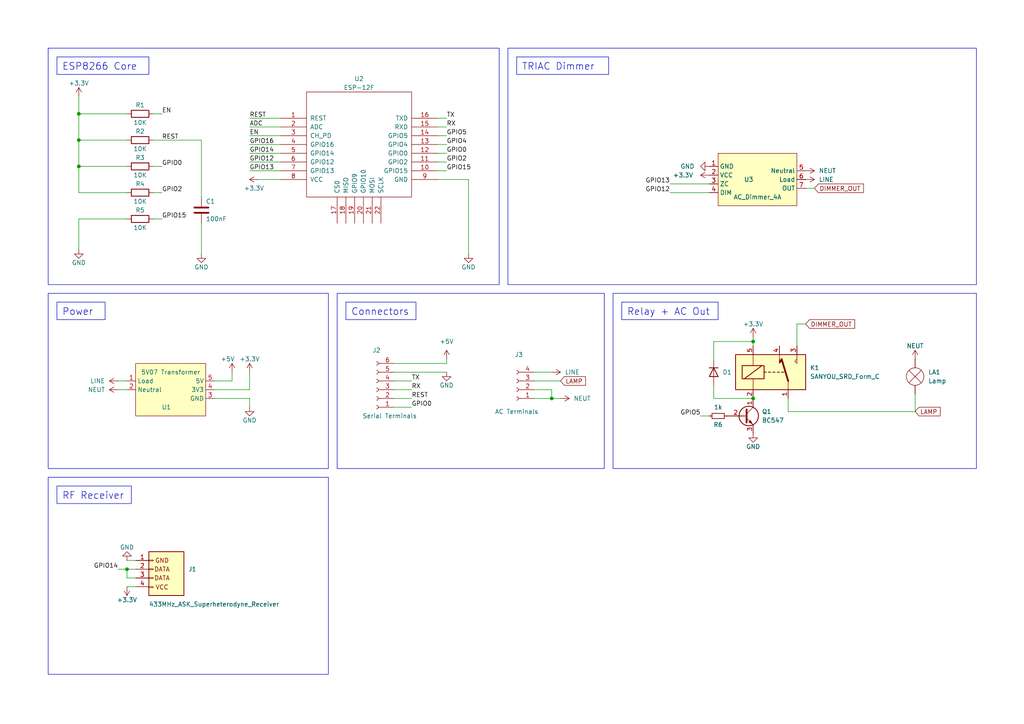
<source format=kicad_sch>
(kicad_sch (version 20230121) (generator eeschema)
  (paper "A4")
  (title_block (title "Wi-Fi + RF AC Dimmer") (date "2023-08-23") (rev "2.0.0") (company "Pablo Ortiz López") (comment 1 "ortizma.com"))
  (lib_symbols
    (symbol "00_Symbols:433MHz_ASK_Superheterodyne_Receiver" (pin_names (offset 1.016) hide)
      (property "Reference" "J1" (at 10.16 1.27 0))
      (property "Value" "433MHz_ASK_Superheterodyne_Receiver" (at 10.16 -2.54 0))
      (symbol "433MHz_ASK_Superheterodyne_Receiver_1_1"
        (rectangle (start -1.27 -5.08) (end 0 -5.334) (stroke (width 0.1524)))
        (rectangle (start -1.27 -2.413) (end 0 -2.667) (stroke (width 0.1524)))
        (rectangle (start -1.27 0.127) (end 0 -0.127) (stroke (width 0.1524)))
        (rectangle (start -1.27 2.667) (end 0 2.413) (stroke (width 0.1524)))
        (rectangle (start -1.27 5.08) (end 8.89 -7.62) (stroke (width 0.254)) (fill (type background)))
        (text "DATA" (at 2.54 -2.54 0) (effects (font (size 1.27 1.27))))
        (text "DATA" (at 2.54 0 0) (effects (font (size 1.27 1.27))))
        (text "GND" (at 2.54 2.54 0) (effects (font (size 1.27 1.27))))
        (text "VCC" (at 2.54 -5.207 0) (effects (font (size 1.27 1.27))))
        (pin power_out line (at -5.08 2.54 0) (length 3.81) (name "GND") (number "1"))
        (pin output line (at -5.08 0 0) (length 3.81) (name "DATA") (number "2"))
        (pin output line (at -5.08 -2.54 0) (length 3.81) (name "DATA") (number "3"))
        (pin power_in line (at -5.08 -5.08 0) (length 3.81) (name "VCC") (number "4"))
      )
    )
    (symbol "00_Symbols:5V07"
      (property "Reference" "U" (at 1.27 -2.54 0))
      (property "Value" "5V07 Transformer" (at 2.54 7.62 0))
      (symbol "5V07_1_1"
        (rectangle (start -7.62 10.16) (end 12.7 -5.08) (fill (type background)))
        (pin input line (at -10.16 5.08 0) (length 2.54) (name "Load") (number "1"))
        (pin input line (at -10.16 2.54 0) (length 2.54) (name "Neutral") (number "2"))
        (pin output line (at 15.24 0 180) (length 2.54) (name "GND") (number "3"))
        (pin output line (at 15.24 2.54 180) (length 2.54) (name "3V3") (number "4"))
        (pin output line (at 15.24 5.08 180) (length 2.54) (name "5V") (number "5"))
      )
    )
    (symbol "00_Symbols:AC_Dimmer_4A"
      (property "Reference" "U" (at -2.54 0 0))
      (property "Value" "AC_Dimmer_4A" (at 1.27 -5.08 0))
      (symbol "AC_Dimmer_4A_1_1"
        (rectangle (start -11.43 7.62) (end 11.43 -7.62) (fill (type background)))
        (pin input line (at -13.97 3.81 0) (length 2.54) (name "GND") (number "1"))
        (pin input line (at -13.97 1.27 0) (length 2.54) (name "VCC") (number "2"))
        (pin output line (at -13.97 -1.27 0) (length 2.54) (name "ZC") (number "3"))
        (pin input line (at -13.97 -3.81 0) (length 2.54) (name "DIM") (number "4"))
        (pin input line (at 13.97 2.54 180) (length 2.54) (name "Neutral") (number "5"))
        (pin input line (at 13.97 0 180) (length 2.54) (name "Load") (number "6"))
        (pin input line (at 13.97 -2.54 180) (length 2.54) (name "OUT") (number "7"))
      )
    )
    (symbol "Connector:Conn_01x04_Socket" (pin_names (offset 1.016) hide)
      (property "Reference" "J" (at 0 5.08 0))
      (property "Value" "Conn_01x04_Socket" (at 0 -7.62 0))
      (symbol "Conn_01x04_Socket_1_1"
        (arc (start 0 -4.572) (mid -0.5058 -5.08) (end 0 -5.588) (stroke (width 0.1524)))
        (arc (start 0 -2.032) (mid -0.5058 -2.54) (end 0 -3.048) (stroke (width 0.1524)))
        (polyline (pts (xy -1.27 -5.08) (xy -0.508 -5.08)) (stroke (width 0.1524)))
        (polyline (pts (xy -1.27 -2.54) (xy -0.508 -2.54)) (stroke (width 0.1524)))
        (polyline (pts (xy -1.27 0) (xy -0.508 0)) (stroke (width 0.1524)))
        (polyline (pts (xy -1.27 2.54) (xy -0.508 2.54)) (stroke (width 0.1524)))
        (arc (start 0 0.508) (mid -0.5058 0) (end 0 -0.508) (stroke (width 0.1524)))
        (arc (start 0 3.048) (mid -0.5058 2.54) (end 0 2.032) (stroke (width 0.1524)))
        (pin passive line (at -5.08 2.54 0) (length 3.81) (name "Pin_1") (number "1"))
        (pin passive line (at -5.08 0 0) (length 3.81) (name "Pin_2") (number "2"))
        (pin passive line (at -5.08 -2.54 0) (length 3.81) (name "Pin_3") (number "3"))
        (pin passive line (at -5.08 -5.08 0) (length 3.81) (name "Pin_4") (number "4"))
      )
    )
    (symbol "Connector:Conn_01x06_Female" (pin_names (offset 1.016) hide)
      (property "Reference" "J" (at 0 7.62 0))
      (property "Value" "Conn_01x06_Female" (at 0 -10.16 0))
      (symbol "Conn_01x06_Female_1_1"
        (arc (start 0 -7.112) (mid -0.5058 -7.62) (end 0 -8.128) (stroke (width 0.1524)))
        (arc (start 0 -4.572) (mid -0.5058 -5.08) (end 0 -5.588) (stroke (width 0.1524)))
        (arc (start 0 -2.032) (mid -0.5058 -2.54) (end 0 -3.048) (stroke (width 0.1524)))
        (polyline (pts (xy -1.27 -7.62) (xy -0.508 -7.62)) (stroke (width 0.1524)))
        (polyline (pts (xy -1.27 -5.08) (xy -0.508 -5.08)) (stroke (width 0.1524)))
        (polyline (pts (xy -1.27 -2.54) (xy -0.508 -2.54)) (stroke (width 0.1524)))
        (polyline (pts (xy -1.27 0) (xy -0.508 0)) (stroke (width 0.1524)))
        (polyline (pts (xy -1.27 2.54) (xy -0.508 2.54)) (stroke (width 0.1524)))
        (polyline (pts (xy -1.27 5.08) (xy -0.508 5.08)) (stroke (width 0.1524)))
        (arc (start 0 0.508) (mid -0.5058 0) (end 0 -0.508) (stroke (width 0.1524)))
        (arc (start 0 3.048) (mid -0.5058 2.54) (end 0 2.032) (stroke (width 0.1524)))
        (arc (start 0 5.588) (mid -0.5058 5.08) (end 0 4.572) (stroke (width 0.1524)))
        (pin passive line (at -5.08 5.08 0) (length 3.81) (name "Pin_1") (number "1"))
        (pin passive line (at -5.08 2.54 0) (length 3.81) (name "Pin_2") (number "2"))
        (pin passive line (at -5.08 0 0) (length 3.81) (name "Pin_3") (number "3"))
        (pin passive line (at -5.08 -2.54 0) (length 3.81) (name "Pin_4") (number "4"))
        (pin passive line (at -5.08 -5.08 0) (length 3.81) (name "Pin_5") (number "5"))
        (pin passive line (at -5.08 -7.62 0) (length 3.81) (name "Pin_6") (number "6"))
      )
    )
    (symbol "Device:C" (pin_numbers hide) (pin_names (offset 0.254))
      (property "Reference" "C" (at 0.635 2.54 0))
      (property "Value" "C" (at 0.635 -2.54 0))
      (symbol "C_0_1"
        (polyline (pts (xy -2.032 -0.762) (xy 2.032 -0.762)) (stroke (width 0.508)))
        (polyline (pts (xy -2.032 0.762) (xy 2.032 0.762)) (stroke (width 0.508)))
      )
      (symbol "C_1_1"
        (pin passive line (at 0 3.81 270) (length 2.794) (name "~") (number "1"))
        (pin passive line (at 0 -3.81 90) (length 2.794) (name "~") (number "2"))
      )
    )
    (symbol "Device:Lamp" (pin_numbers hide) (pin_names (offset 0.0254) hide)
      (property "Reference" "LA" (at 0.635 3.81 0))
      (property "Value" "Lamp" (at 0.635 -3.81 0))
      (symbol "Lamp_0_1"
        (polyline (pts (xy -1.778 1.778) (xy 1.778 -1.778)))
        (polyline (pts (xy 1.778 1.778) (xy -1.778 -1.778)))
        (circle (center 0 0) (radius 2.54))
      )
      (symbol "Lamp_1_1"
        (pin passive line (at 0 -5.08 90) (length 2.54) (name "-") (number "1"))
        (pin passive line (at 0 5.08 270) (length 2.54) (name "+") (number "2"))
      )
    )
    (symbol "Device:R" (pin_numbers hide) (pin_names (offset 0))
      (property "Reference" "R" (at 2.032 0 90))
      (property "Value" "R" (at 0 0 90))
      (symbol "R_0_1"
        (rectangle (start -1.016 -2.54) (end 1.016 2.54) (stroke (width 0.254)))
      )
      (symbol "R_1_1"
        (pin passive line (at 0 3.81 270) (length 1.27) (name "~") (number "1"))
        (pin passive line (at 0 -3.81 90) (length 1.27) (name "~") (number "2"))
      )
    )
    (symbol "Device:R_Small" (pin_numbers hide) (pin_names (offset 0.254) hide)
      (property "Reference" "R" (at 0.762 0.508 0))
      (property "Value" "R_Small" (at 0.762 -1.016 0))
      (symbol "R_Small_0_1"
        (rectangle (start -0.762 1.778) (end 0.762 -1.778) (stroke (width 0.2032)))
      )
      (symbol "R_Small_1_1"
        (pin passive line (at 0 2.54 270) (length 0.762) (name "~") (number "1"))
        (pin passive line (at 0 -2.54 90) (length 0.762) (name "~") (number "2"))
      )
    )
    (symbol "Diode:1N4007" (pin_numbers hide) (pin_names hide)
      (property "Reference" "D" (at 0 2.54 0))
      (property "Value" "1N4007" (at 0 -2.54 0))
      (symbol "1N4007_0_1"
        (polyline (pts (xy -1.27 1.27) (xy -1.27 -1.27)) (stroke (width 0.254)))
        (polyline (pts (xy 1.27 0) (xy -1.27 0)))
        (polyline (pts (xy 1.27 1.27) (xy 1.27 -1.27) (xy -1.27 0) (xy 1.27 1.27)) (stroke (width 0.254)))
      )
      (symbol "1N4007_1_1"
        (pin passive line (at -3.81 0 0) (length 2.54) (name "K") (number "1"))
        (pin passive line (at 3.81 0 180) (length 2.54) (name "A") (number "2"))
      )
    )
    (symbol "ESP8266:ESP-12F" (pin_names (offset 1.016))
      (property "Reference" "U" (at 0 -2.54 0))
      (property "Value" "ESP-12F" (at 0 2.54 0))
      (symbol "ESP-12F_1_0"
        (rectangle (start -15.24 -15.24) (end 15.24 15.24))
      )
      (symbol "ESP-12F_1_1"
        (pin input line (at -22.86 7.62 0) (length 7.62) (name "REST") (number "1"))
        (pin bidirectional line (at 22.86 -7.62 180) (length 7.62) (name "GPIO15") (number "10"))
        (pin bidirectional line (at 22.86 -5.08 180) (length 7.62) (name "GPIO2") (number "11"))
        (pin bidirectional line (at 22.86 -2.54 180) (length 7.62) (name "GPIO0") (number "12"))
        (pin bidirectional line (at 22.86 0 180) (length 7.62) (name "GPIO4") (number "13"))
        (pin bidirectional line (at 22.86 2.54 180) (length 7.62) (name "GPIO5") (number "14"))
        (pin input line (at 22.86 5.08 180) (length 7.62) (name "RXD") (number "15"))
        (pin output line (at 22.86 7.62 180) (length 7.62) (name "TXD") (number "16"))
        (pin bidirectional line (at -6.35 -22.86 90) (length 7.62) (name "CS0") (number "17"))
        (pin bidirectional line (at -3.81 -22.86 90) (length 7.62) (name "MISO") (number "18"))
        (pin bidirectional line (at -1.27 -22.86 90) (length 7.62) (name "GPIO9") (number "19"))
        (pin passive line (at -22.86 5.08 0) (length 7.62) (name "ADC") (number "2"))
        (pin bidirectional line (at 1.27 -22.86 90) (length 7.62) (name "GPIO10") (number "20"))
        (pin bidirectional line (at 3.81 -22.86 90) (length 7.62) (name "MOSI") (number "21"))
        (pin bidirectional line (at 6.35 -22.86 90) (length 7.62) (name "SCLK") (number "22"))
        (pin input line (at -22.86 2.54 0) (length 7.62) (name "CH_PD") (number "3"))
        (pin bidirectional line (at -22.86 0 0) (length 7.62) (name "GPIO16") (number "4"))
        (pin bidirectional line (at -22.86 -2.54 0) (length 7.62) (name "GPIO14") (number "5"))
        (pin bidirectional line (at -22.86 -5.08 0) (length 7.62) (name "GPIO12") (number "6"))
        (pin bidirectional line (at -22.86 -7.62 0) (length 7.62) (name "GPIO13") (number "7"))
        (pin power_in line (at -22.86 -10.16 0) (length 7.62) (name "VCC") (number "8"))
        (pin power_in line (at 22.86 -10.16 180) (length 7.62) (name "GND") (number "9"))
      )
    )
    (symbol "Relay:SANYOU_SRD_Form_C"
      (property "Reference" "K" (at 11.43 3.81 0))
      (property "Value" "SANYOU_SRD_Form_C" (at 11.43 1.27 0))
      (symbol "SANYOU_SRD_Form_C_0_0"
        (polyline (pts (xy 7.62 5.08) (xy 7.62 2.54) (xy 6.985 3.175) (xy 7.62 3.81)))
      )
      (symbol "SANYOU_SRD_Form_C_0_1"
        (rectangle (start -10.16 5.08) (end 10.16 -5.08) (stroke (width 0.254)) (fill (type background)))
        (rectangle (start -8.255 1.905) (end -1.905 -1.905) (stroke (width 0.254)))
        (polyline (pts (xy -7.62 -1.905) (xy -2.54 1.905)) (stroke (width 0.254)))
        (polyline (pts (xy -5.08 -5.08) (xy -5.08 -1.905)))
        (polyline (pts (xy -5.08 5.08) (xy -5.08 1.905)))
        (polyline (pts (xy -1.905 0) (xy -1.27 0)) (stroke (width 0.254)))
        (polyline (pts (xy -0.635 0) (xy 0 0)) (stroke (width 0.254)))
        (polyline (pts (xy 0.635 0) (xy 1.27 0)) (stroke (width 0.254)))
        (polyline (pts (xy 1.905 0) (xy 2.54 0)) (stroke (width 0.254)))
        (polyline (pts (xy 3.175 0) (xy 3.81 0)) (stroke (width 0.254)))
        (polyline (pts (xy 5.08 -2.54) (xy 3.175 3.81)) (stroke (width 0.508)))
        (polyline (pts (xy 5.08 -2.54) (xy 5.08 -5.08)))
      )
      (symbol "SANYOU_SRD_Form_C_1_1"
        (polyline (pts (xy 2.54 3.81) (xy 3.175 3.175) (xy 2.54 2.54) (xy 2.54 5.08)) (fill (type outline)))
        (pin passive line (at 5.08 -7.62 90) (length 2.54) (name "~") (number "1"))
        (pin passive line (at -5.08 -7.62 90) (length 2.54) (name "~") (number "2"))
        (pin passive line (at 7.62 7.62 270) (length 2.54) (name "~") (number "3"))
        (pin passive line (at 2.54 7.62 270) (length 2.54) (name "~") (number "4"))
        (pin passive line (at -5.08 7.62 270) (length 2.54) (name "~") (number "5"))
      )
    )
    (symbol "Transistor_BJT:BC547" (pin_names (offset 0) hide)
      (property "Reference" "Q" (at 5.08 1.905 0))
      (property "Value" "BC547" (at 5.08 0 0))
      (symbol "BC547_0_1"
        (polyline (pts (xy 0 0) (xy 0.635 0)))
        (polyline (pts (xy 0.635 0.635) (xy 2.54 2.54)))
        (polyline (pts (xy 0.635 -0.635) (xy 2.54 -2.54) (xy 2.54 -2.54)))
        (polyline (pts (xy 0.635 1.905) (xy 0.635 -1.905) (xy 0.635 -1.905)) (stroke (width 0.508)))
        (polyline (pts (xy 1.27 -1.778) (xy 1.778 -1.27) (xy 2.286 -2.286) (xy 1.27 -1.778) (xy 1.27 -1.778)) (fill (type outline)))
        (circle (center 1.27 0) (radius 2.8194) (stroke (width 0.254)))
      )
      (symbol "BC547_1_1"
        (pin passive line (at 2.54 5.08 270) (length 2.54) (name "C") (number "1"))
        (pin input line (at -5.08 0 0) (length 5.08) (name "B") (number "2"))
        (pin passive line (at 2.54 -5.08 90) (length 2.54) (name "E") (number "3"))
      )
    )
    (symbol "power:+3.3V" (power) (pin_names (offset 0))
      (property "Value" "+3.3V" (at 0 3.556 0))
      (symbol "+3.3V_0_1"
        (polyline (pts (xy -0.762 1.27) (xy 0 2.54)))
        (polyline (pts (xy 0 0) (xy 0 2.54)))
        (polyline (pts (xy 0 2.54) (xy 0.762 1.27)))
      )
      (symbol "+3.3V_1_1"
        (pin power_in line (at 0 0 90) (length 0) hide (name "+3.3V") (number "1"))
      )
    )
    (symbol "power:+5V" (power) (pin_names (offset 0))
      (property "Value" "+5V" (at 0 3.556 0))
      (symbol "+5V_0_1"
        (polyline (pts (xy -0.762 1.27) (xy 0 2.54)))
        (polyline (pts (xy 0 0) (xy 0 2.54)))
        (polyline (pts (xy 0 2.54) (xy 0.762 1.27)))
      )
      (symbol "+5V_1_1"
        (pin power_in line (at 0 0 90) (length 0) hide (name "+5V") (number "1"))
      )
    )
    (symbol "power:GND" (power) (pin_names (offset 0))
      (property "Value" "GND" (at 0 -3.81 0))
      (symbol "GND_0_1"
        (polyline (pts (xy 0 0) (xy 0 -1.27) (xy 1.27 -1.27) (xy 0 -2.54) (xy -1.27 -1.27) (xy 0 -1.27)))
      )
      (symbol "GND_1_1"
        (pin power_in line (at 0 0 270) (length 0) hide (name "GND") (number "1"))
      )
    )
    (symbol "power:LINE" (power) (pin_names (offset 0))
      (property "Value" "LINE" (at 0 3.81 0))
      (symbol "LINE_0_1"
        (polyline (pts (xy -0.762 1.27) (xy 0 2.54)))
        (polyline (pts (xy 0 0) (xy 0 2.54)))
        (polyline (pts (xy 0 2.54) (xy 0.762 1.27)))
      )
      (symbol "LINE_1_1"
        (pin power_in line (at 0 0 90) (length 0) hide (name "LINE") (number "1"))
      )
    )
    (symbol "power:NEUT" (power) (pin_names (offset 0))
      (property "Value" "NEUT" (at 0 3.81 0))
      (symbol "NEUT_0_1"
        (polyline (pts (xy -0.762 1.27) (xy 0 2.54)))
        (polyline (pts (xy 0 0) (xy 0 2.54)))
        (polyline (pts (xy 0 2.54) (xy 0.762 1.27)))
      )
      (symbol "NEUT_1_1"
        (pin power_in line (at 0 0 90) (length 0) hide (name "NEUT") (number "1"))
      )
    )
  )
  (junction (at 160.02 115.57))
  (junction (at 22.86 33.02))
  (junction (at 218.44 99.06))
  (junction (at 218.44 115.57))
  (junction (at 22.86 48.26))
  (junction (at 36.83 165.1))
  (junction (at 22.86 40.64))
  (wire (pts (xy 114.3 107.95) (xy 129.54 107.95)))
  (wire (pts (xy 236.22 54.61) (xy 233.68 54.61)))
  (wire (pts (xy 44.45 40.64) (xy 58.42 40.64)))
  (wire (pts (xy 62.23 113.03) (xy 72.39 113.03)))
  (wire (pts (xy 203.2 120.65) (xy 205.74 120.65)))
  (wire (pts (xy 160.02 115.57) (xy 162.56 115.57)))
  (wire (pts (xy 36.83 63.5) (xy 22.86 63.5)))
  (wire (pts (xy 34.29 110.49) (xy 36.83 110.49)))
  (wire (pts (xy 72.39 39.37) (xy 81.28 39.37)))
  (wire (pts (xy 36.83 48.26) (xy 22.86 48.26)))
  (wire (pts (xy 194.31 53.34) (xy 205.74 53.34)))
  (wire (pts (xy 265.43 114.3) (xy 265.43 119.38)))
  (wire (pts (xy 129.54 105.41) (xy 129.54 104.14)))
  (wire (pts (xy 22.86 33.02) (xy 22.86 40.64)))
  (wire (pts (xy 154.94 107.95) (xy 160.02 107.95)))
  (wire (pts (xy 207.01 99.06) (xy 218.44 99.06)))
  (wire (pts (xy 46.99 55.88) (xy 44.45 55.88)))
  (wire (pts (xy 46.99 63.5) (xy 44.45 63.5)))
  (wire (pts (xy 36.83 167.64) (xy 36.83 165.1)))
  (wire (pts (xy 154.94 115.57) (xy 160.02 115.57)))
  (wire (pts (xy 127 44.45) (xy 129.54 44.45)))
  (wire (pts (xy 114.3 118.11) (xy 119.38 118.11)))
  (wire (pts (xy 22.86 27.94) (xy 22.86 33.02)))
  (wire (pts (xy 46.99 33.02) (xy 44.45 33.02)))
  (wire (pts (xy 22.86 63.5) (xy 22.86 72.39)))
  (wire (pts (xy 58.42 57.15) (xy 58.42 40.64)))
  (wire (pts (xy 72.39 46.99) (xy 81.28 46.99)))
  (wire (pts (xy 34.29 113.03) (xy 36.83 113.03)))
  (wire (pts (xy 218.44 99.06) (xy 218.44 100.33)))
  (wire (pts (xy 72.39 115.57) (xy 72.39 118.11)))
  (wire (pts (xy 162.56 110.49) (xy 154.94 110.49)))
  (wire (pts (xy 114.3 110.49) (xy 119.38 110.49)))
  (wire (pts (xy 231.14 93.98) (xy 231.14 100.33)))
  (wire (pts (xy 129.54 36.83) (xy 127 36.83)))
  (wire (pts (xy 154.94 113.03) (xy 160.02 113.03)))
  (wire (pts (xy 228.6 119.38) (xy 228.6 115.57)))
  (wire (pts (xy 36.83 40.64) (xy 22.86 40.64)))
  (wire (pts (xy 36.83 165.1) (xy 39.37 165.1)))
  (wire (pts (xy 36.83 33.02) (xy 22.86 33.02)))
  (wire (pts (xy 207.01 115.57) (xy 218.44 115.57)))
  (wire (pts (xy 160.02 113.03) (xy 160.02 115.57)))
  (wire (pts (xy 22.86 48.26) (xy 22.86 55.88)))
  (wire (pts (xy 207.01 111.76) (xy 207.01 115.57)))
  (wire (pts (xy 129.54 39.37) (xy 127 39.37)))
  (wire (pts (xy 72.39 36.83) (xy 81.28 36.83)))
  (wire (pts (xy 62.23 110.49) (xy 67.31 110.49)))
  (wire (pts (xy 74.93 52.07) (xy 81.28 52.07)))
  (wire (pts (xy 62.23 115.57) (xy 72.39 115.57)))
  (wire (pts (xy 228.6 119.38) (xy 265.43 119.38)))
  (wire (pts (xy 127 49.53) (xy 129.54 49.53)))
  (wire (pts (xy 58.42 64.77) (xy 58.42 73.66)))
  (wire (pts (xy 67.31 110.49) (xy 67.31 107.95)))
  (wire (pts (xy 36.83 170.18) (xy 39.37 170.18)))
  (wire (pts (xy 72.39 49.53) (xy 81.28 49.53)))
  (wire (pts (xy 72.39 41.91) (xy 81.28 41.91)))
  (wire (pts (xy 46.99 48.26) (xy 44.45 48.26)))
  (wire (pts (xy 129.54 34.29) (xy 127 34.29)))
  (wire (pts (xy 194.31 55.88) (xy 205.74 55.88)))
  (wire (pts (xy 129.54 41.91) (xy 127 41.91)))
  (wire (pts (xy 36.83 55.88) (xy 22.86 55.88)))
  (wire (pts (xy 72.39 44.45) (xy 81.28 44.45)))
  (wire (pts (xy 135.89 73.66) (xy 135.89 52.07)))
  (wire (pts (xy 72.39 34.29) (xy 81.28 34.29)))
  (wire (pts (xy 129.54 46.99) (xy 127 46.99)))
  (wire (pts (xy 22.86 40.64) (xy 22.86 48.26)))
  (wire (pts (xy 127 52.07) (xy 135.89 52.07)))
  (wire (pts (xy 114.3 113.03) (xy 119.38 113.03)))
  (wire (pts (xy 233.68 93.98) (xy 231.14 93.98)))
  (wire (pts (xy 34.29 165.1) (xy 36.83 165.1)))
  (wire (pts (xy 72.39 113.03) (xy 72.39 107.95)))
  (wire (pts (xy 207.01 104.14) (xy 207.01 99.06)))
  (wire (pts (xy 39.37 167.64) (xy 36.83 167.64)))
  (wire (pts (xy 36.83 162.56) (xy 39.37 162.56)))
  (wire (pts (xy 114.3 115.57) (xy 119.38 115.57)))
  (wire (pts (xy 218.44 97.79) (xy 218.44 99.06)))
  (wire (pts (xy 114.3 105.41) (xy 129.54 105.41)))
  (rectangle (start 13.97 15.24) (end 13.97 15.24))
  (rectangle (start 13.97 85.09) (end 95.25 135.89))
  (rectangle (start 177.8 85.09) (end 283.21 135.89))
  (rectangle (start 13.97 13.97) (end 144.78 82.55))
  (rectangle (start 97.79 85.09) (end 175.26 135.89))
  (rectangle (start 13.97 138.43) (end 95.25 195.58))
  (rectangle (start 147.32 13.97) (end 283.21 82.55))
  (rectangle (start 13.97 15.24) (end 13.97 15.24))
  (text_box "ESP8266 Core" (at 16.51 16.51 0) (size 26.67 5.08) (effects (font (size 2 2)) (justify left top)))
  (text_box "Power" (at 16.51 87.63 0) (size 13.97 5.08) (effects (font (size 2 2)) (justify left top)))
  (text_box "TRIAC Dimmer" (at 149.86 16.51 0) (size 26.67 5.08) (effects (font (size 2 2)) (justify left top)))
  (text_box "Connectors" (at 100.33 87.63 0) (size 20.32 5.08) (effects (font (size 2 2)) (justify left top)))
  (text_box "Relay + AC Out" (at 180.34 87.63 0) (size 27.94 5.08) (effects (font (size 2 2)) (justify left top)))
  (text_box "RF Receiver" (at 16.51 140.97 0) (size 21.59 5.08) (effects (font (size 2 2)) (justify left top)))
  (label "GPIO14" (at 34.29 165.1 180))
  (label "GPIO2" (at 129.54 46.99 0))
  (label "ADC" (at 72.39 36.83 0))
  (label "RX" (at 119.38 113.03 0))
  (label "GPIO15" (at 46.99 63.5 0))
  (label "RX" (at 129.54 36.83 0))
  (label "EN" (at 72.39 39.37 0))
  (label "GPIO12" (at 72.39 46.99 0))
  (label "TX" (at 119.38 110.49 0))
  (label "GPIO5" (at 129.54 39.37 0))
  (label "GPIO13" (at 194.31 53.34 180))
  (label "REST" (at 119.38 115.57 0))
  (label "TX" (at 129.54 34.29 0))
  (label "GPIO13" (at 72.39 49.53 0))
  (label "REST" (at 46.99 40.64 0))
  (label "GPIO14" (at 72.39 44.45 0))
  (label "REST" (at 72.39 34.29 0))
  (label "GPIO16" (at 72.39 41.91 0))
  (label "EN" (at 46.99 33.02 0))
  (label "GPIO4" (at 129.54 41.91 0))
  (label "GPIO15" (at 129.54 49.53 0))
  (label "GPIO2" (at 46.99 55.88 0))
  (label "GPIO12" (at 194.31 55.88 180))
  (label "GPIO5" (at 203.2 120.65 180))
  (label "GPIO0" (at 46.99 48.26 0))
  (label "GPIO0" (at 119.38 118.11 0))
  (label "GPIO0" (at 129.54 44.45 0))
  (global_label "LAMP" (shape input) (at 162.56 110.49 0) (property "Intersheetrefs" "${INTERSHEET_REFS}" (effects hide)))
  (global_label "DIMMER_OUT" (shape input) (at 233.68 93.98 0) (property "Intersheetrefs" "${INTERSHEET_REFS}" (effects hide)))
  (global_label "LAMP" (shape input) (at 265.43 119.38 0) (property "Intersheetrefs" "${INTERSHEET_REFS}" (effects hide)))
  (global_label "DIMMER_OUT" (shape input) (at 236.22 54.61 0) (property "Intersheetrefs" "${INTERSHEET_REFS}" (effects hide)))
  (symbol (lib_id "Device:R") (at 40.64 40.64 90) (unit 1)
    (property "Reference" "R2" (at 40.64 38.1 90))
    (property "Value" "10K" (at 40.64 43.18 90))
    (property "Footprint" "Resistor_SMD:R_1206_3216Metric_Pad1.30x1.75mm_HandSolder" (effects hide))
  )
  (symbol (lib_id "Connector:Conn_01x06_Female") (at 109.22 113.03 180) (unit 1)
    (property "Reference" "J2" (at 109.22 101.6 0))
    (property "Value" "Serial Terminals" (at 113.03 120.65 0))
    (property "Footprint" "Connector_JST:JST_PH_B6B-PH-K_1x06_P2.00mm_Vertical" (effects hide))
  )
  (symbol (lib_id "power:+3.3V") (at 218.44 97.79 0) (unit 1)
    (property "Reference" "#PWR019" (effects hide))
    (property "Value" "+3.3V" (at 218.44 93.98 0))
  )
  (symbol (lib_id "power:+3.3V") (at 36.83 170.18 180) (unit 1)
    (property "Reference" "#PWR06" (effects hide))
    (property "Value" "+3.3V" (at 36.83 173.99 0))
  )
  (symbol (lib_id "power:LINE") (at 160.02 107.95 270) (unit 1)
    (property "Reference" "#PWR015" (effects hide))
    (property "Value" "LINE" (at 163.83 107.95 90) (effects (justify left)))
  )
  (symbol (lib_id "Relay:SANYOU_SRD_Form_C") (at 223.52 107.95 0) (unit 1)
    (property "Reference" "K1" (at 234.95 106.68 0) (effects (justify left)))
    (property "Value" "SANYOU_SRD_Form_C" (at 234.95 109.22 0) (effects (justify left)))
    (property "Footprint" "Relay_THT:Relay_SPDT_SANYOU_SRD_Series_Form_C" (effects hide))
    (property "Datasheet" "http://www.sanyourelay.ca/public/products/pdf/SRD.pdf" (effects hide))
  )
  (symbol (lib_id "power:GND") (at 36.83 162.56 180) (unit 1)
    (property "Reference" "#PWR05" (effects hide))
    (property "Value" "GND" (at 36.83 158.75 0))
  )
  (symbol (lib_id "Device:R") (at 40.64 63.5 90) (unit 1)
    (property "Reference" "R5" (at 40.64 60.96 90))
    (property "Value" "10K" (at 40.64 66.04 90))
    (property "Footprint" "Resistor_SMD:R_1206_3216Metric_Pad1.30x1.75mm_HandSolder" (effects hide))
  )
  (symbol (lib_id "power:GND") (at 22.86 72.39 0) (unit 1)
    (property "Reference" "#PWR02" (effects hide))
    (property "Value" "GND" (at 22.86 76.2 0))
  )
  (symbol (lib_id "power:GND") (at 135.89 73.66 0) (unit 1)
    (property "Reference" "#PWR014" (effects hide))
    (property "Value" "GND" (at 135.89 77.47 0))
  )
  (symbol (lib_id "power:LINE") (at 233.68 52.07 270) (unit 1)
    (property "Reference" "#PWR022" (effects hide))
    (property "Value" "LINE" (at 237.49 52.07 90) (effects (justify left)))
  )
  (symbol (lib_id "Device:Lamp") (at 265.43 109.22 0) (unit 1)
    (property "Reference" "LA1" (at 269.24 107.95 0) (effects (justify left)))
    (property "Value" "Lamp" (at 269.24 110.49 0) (effects (justify left)))
  )
  (symbol (lib_id "power:LINE") (at 34.29 110.49 90) (unit 1)
    (property "Reference" "#PWR03" (effects hide))
    (property "Value" "LINE" (at 30.48 110.49 90) (effects (justify left)))
  )
  (symbol (lib_id "power:NEUT") (at 162.56 115.57 270) (unit 1)
    (property "Reference" "#PWR016" (effects hide))
    (property "Value" "NEUT" (at 166.37 115.57 90) (effects (justify left)))
  )
  (symbol (lib_id "power:GND") (at 205.74 48.26 270) (unit 1)
    (property "Reference" "#PWR017" (effects hide))
    (property "Value" "GND" (at 199.39 48.26 90))
  )
  (symbol (lib_id "Device:R") (at 40.64 48.26 90) (unit 1)
    (property "Reference" "R3" (at 40.64 45.72 90))
    (property "Value" "10K" (at 40.64 50.8 90))
    (property "Footprint" "Resistor_SMD:R_1206_3216Metric_Pad1.30x1.75mm_HandSolder" (effects hide))
  )
  (symbol (lib_id "power:+5V") (at 129.54 104.14 0) (unit 1)
    (property "Reference" "#PWR012" (effects hide))
    (property "Value" "+5V" (at 129.54 99.06 0))
  )
  (symbol (lib_id "power:+3.3V") (at 74.93 52.07 90) (unit 1)
    (property "Reference" "#PWR011" (effects hide))
    (property "Value" "+3.3V" (at 73.66 54.61 90))
  )
  (symbol (lib_id "Device:C") (at 58.42 60.96 0) (unit 1)
    (property "Reference" "C1" (at 59.69 58.42 0) (effects (justify left)))
    (property "Value" "100nF" (at 59.69 63.5 0) (effects (justify left)))
    (property "Footprint" "Capacitor_SMD:C_1210_3225Metric_Pad1.33x2.70mm_HandSolder" (effects hide))
  )
  (symbol (lib_id "Device:R_Small") (at 208.28 120.65 90) (unit 1)
    (property "Reference" "R6" (at 208.28 123.19 90))
    (property "Value" "1k" (at 208.28 118.11 90))
    (property "Footprint" "Resistor_SMD:R_1206_3216Metric_Pad1.30x1.75mm_HandSolder" (effects hide))
  )
  (symbol (lib_id "00_Symbols:433MHz_ASK_Superheterodyne_Receiver") (at 44.45 165.1 0) (unit 1)
    (property "Reference" "J1" (at 54.61 165.1 0) (effects (justify left)))
    (property "Value" "433MHz_ASK_Superheterodyne_Receiver" (at 43.18 175.26 0) (effects (justify left)))
    (property "Footprint" "AA_Footprints:RF Receiver" (effects hide))
  )
  (symbol (lib_id "Connector:Conn_01x04_Socket") (at 149.86 113.03 180) (unit 1)
    (property "Reference" "J3" (at 150.495 102.87 0))
    (property "Value" "AC Terminals" (at 149.86 119.38 0))
    (property "Footprint" "AA_Footprints:Terminal_KF128-4P" (effects hide))
  )
  (symbol (lib_id "power:NEUT") (at 233.68 49.53 270) (unit 1)
    (property "Reference" "#PWR021" (effects hide))
    (property "Value" "NEUT" (at 237.49 49.53 90) (effects (justify left)))
  )
  (symbol (lib_id "power:+5V") (at 67.31 107.95 0) (unit 1)
    (property "Reference" "#PWR08" (effects hide))
    (property "Value" "+5V" (at 66.04 104.14 0))
  )
  (symbol (lib_id "Diode:1N4007") (at 207.01 107.95 270) (unit 1)
    (property "Reference" "D1" (at 209.55 107.95 90) (effects (justify left)))
    (property "Value" "1N4007" (effects hide))
    (property "Footprint" "Diode_SMD:D_SMA_Handsoldering" (effects hide))
    (property "Datasheet" "http://www.vishay.com/docs/88503/1n4001.pdf" (effects hide))
    (property "Sim.Device" "D" (effects hide))
    (property "Sim.Pins" "1=K 2=A" (effects hide))
  )
  (symbol (lib_id "power:GND") (at 218.44 125.73 0) (unit 1)
    (property "Reference" "#PWR020" (effects hide))
    (property "Value" "GND" (at 218.44 129.54 0))
  )
  (symbol (lib_id "Device:R") (at 40.64 55.88 90) (unit 1)
    (property "Reference" "R4" (at 40.64 53.34 90))
    (property "Value" "10K" (at 40.64 58.42 90))
    (property "Footprint" "Resistor_SMD:R_1206_3216Metric_Pad1.30x1.75mm_HandSolder" (effects hide))
  )
  (symbol (lib_id "ESP8266:ESP-12F") (at 104.14 41.91 0) (unit 1)
    (property "Reference" "U2" (at 104.14 22.86 0))
    (property "Value" "ESP-12F" (at 104.14 25.4 0))
    (property "Footprint" "AA_Footprints:ESP-12E_SMD_Simple" (effects hide))
    (property "Datasheet" "http://l0l.org.uk/2014/12/esp8266-modules-hardware-guide-gotta-catch-em-all/" (effects hide))
  )
  (symbol (lib_id "00_Symbols:5V07") (at 46.99 115.57 0) (unit 1)
    (property "Reference" "U1" (at 48.26 118.11 0))
    (property "Value" "5V07 Transformer" (at 49.53 107.95 0))
    (property "Footprint" "AA_Footprints:5V07" (effects hide))
    (property "Datasheet" "230V AC to 5V DC transformer 700mA" (effects hide))
  )
  (symbol (lib_id "Transistor_BJT:BC547") (at 215.9 120.65 0) (unit 1)
    (property "Reference" "Q1" (at 220.98 119.38 0) (effects (justify left)))
    (property "Value" "BC547" (at 220.98 121.92 0) (effects (justify left)))
    (property "Footprint" "AA_Footprints:SOT-23-3-BC" (effects hide))
    (property "Datasheet" "https://www.onsemi.com/pub/Collateral/BC550-D.pdf" (effects hide))
  )
  (symbol (lib_id "power:+3.3V") (at 72.39 107.95 0) (unit 1)
    (property "Reference" "#PWR09" (effects hide))
    (property "Value" "+3.3V" (at 72.39 104.14 0))
  )
  (symbol (lib_id "power:+3.3V") (at 22.86 27.94 0) (unit 1)
    (property "Reference" "#PWR01" (effects hide))
    (property "Value" "+3.3V" (at 22.86 24.13 0))
  )
  (symbol (lib_id "power:GND") (at 129.54 107.95 0) (unit 1)
    (property "Reference" "#PWR013" (effects hide))
    (property "Value" "GND" (at 129.54 111.76 0))
  )
  (symbol (lib_id "00_Symbols:AC_Dimmer_4A") (at 219.71 52.07 0) (unit 1)
    (property "Reference" "U3" (at 217.17 52.07 0))
    (property "Value" "AC_Dimmer_4A" (at 219.71 57.15 0))
    (property "Footprint" "AA_Footprints:AC Dimmer 4A" (effects hide))
    (property "Datasheet" "AC_Dimmer_4A" (effects hide))
  )
  (symbol (lib_id "power:NEUT") (at 265.43 104.14 0) (unit 1)
    (property "Reference" "#PWR023" (effects hide))
    (property "Value" "NEUT" (at 265.43 100.33 0))
  )
  (symbol (lib_id "power:GND") (at 58.42 73.66 0) (unit 1)
    (property "Reference" "#PWR07" (effects hide))
    (property "Value" "GND" (at 58.42 77.47 0))
  )
  (symbol (lib_id "power:NEUT") (at 34.29 113.03 90) (unit 1)
    (property "Reference" "#PWR04" (effects hide))
    (property "Value" "NEUT" (at 30.48 113.03 90) (effects (justify left)))
  )
  (symbol (lib_id "power:+3.3V") (at 205.74 50.8 90) (unit 1)
    (property "Reference" "#PWR018" (effects hide))
    (property "Value" "+3.3V" (at 198.12 50.8 90))
  )
  (symbol (lib_id "power:GND") (at 72.39 118.11 0) (unit 1)
    (property "Reference" "#PWR010" (effects hide))
    (property "Value" "GND" (at 72.39 121.92 0))
  )
  (symbol (lib_id "Device:R") (at 40.64 33.02 90) (unit 1)
    (property "Reference" "R1" (at 40.64 30.48 90))
    (property "Value" "10K" (at 40.64 35.56 90))
    (property "Footprint" "Resistor_SMD:R_1206_3216Metric_Pad1.30x1.75mm_HandSolder" (effects hide))
  )
)
</source>
